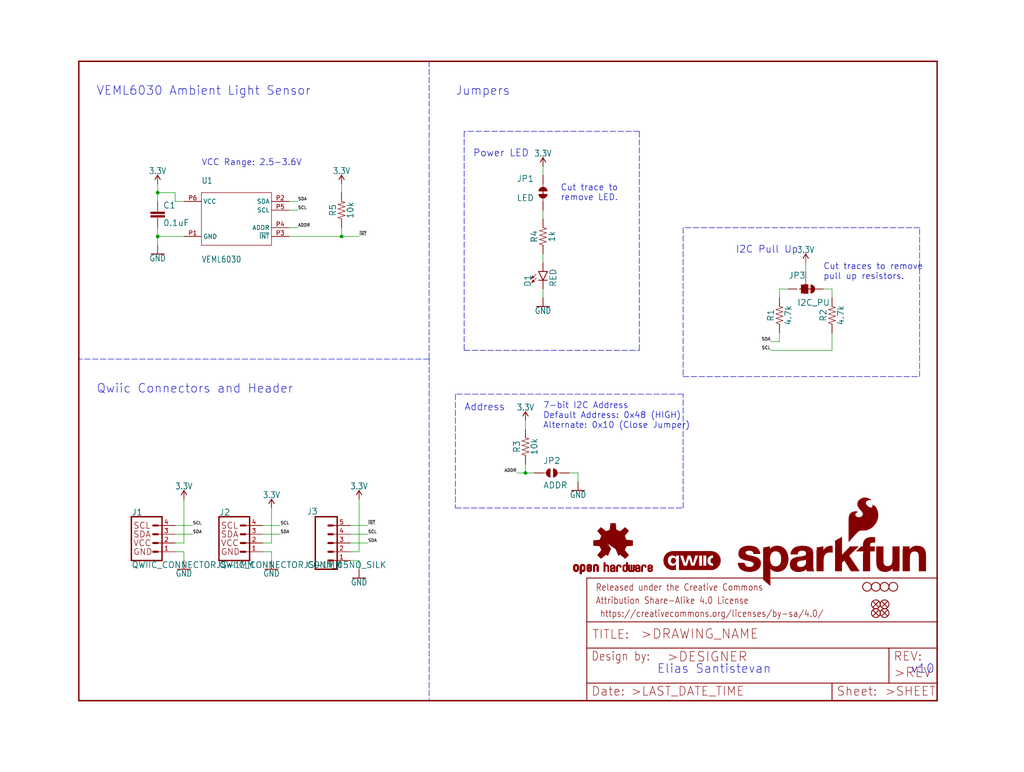
<source format=kicad_sch>
(kicad_sch (version 20211123) (generator eeschema)
  (paper "User" 297.002 223.926)
  (lib_symbols
    (symbol "schematicEagle-eagle-import:0.1UF-0603-25V-(+80{slash}-20%)"
      (property "Reference" "C" (at 1.524 2.921 0))
      (property "Value" "0.1UF-0603-25V-(+80{slash}-20%)" (at 1.524 -2.159 0))
      (symbol "0.1UF-0603-25V-(+80{slash}-20%)_1_0"
        (pin passive line (at 0 5.08 270) (length 2.54) (name "1") (number "1"))
        (pin passive line (at 0 -2.54 90) (length 2.54) (name "2") (number "2"))
      )
    )
    (symbol "schematicEagle-eagle-import:10KOHM-0603-1{slash}10W-1%"
      (property "Reference" "R" (at 0 1.524 0))
      (property "Value" "10KOHM-0603-1{slash}10W-1%" (at 0 -1.524 0))
      (symbol "10KOHM-0603-1{slash}10W-1%_1_0"
        (pin passive line (at -5.08 0 0) (length 2.54) (name "1") (number "1"))
        (pin passive line (at 5.08 0 180) (length 2.54) (name "2") (number "2"))
      )
    )
    (symbol "schematicEagle-eagle-import:1KOHM-0603-1{slash}10W-1%"
      (property "Reference" "R" (at 0 1.524 0))
      (property "Value" "1KOHM-0603-1{slash}10W-1%" (at 0 -1.524 0))
      (symbol "1KOHM-0603-1{slash}10W-1%_1_0"
        (pin passive line (at -5.08 0 0) (length 2.54) (name "1") (number "1"))
        (pin passive line (at 5.08 0 180) (length 2.54) (name "2") (number "2"))
      )
    )
    (symbol "schematicEagle-eagle-import:3.3V" (power)
      (property "Value" "3.3V" (at 0 2.794 0))
      (symbol "3.3V_1_0"
        (pin power_in line (at 0 0 90) (length 2.54) (name "3.3V") (number "1"))
      )
    )
    (symbol "schematicEagle-eagle-import:4.7KOHM-0603-1{slash}10W-1%"
      (property "Reference" "R" (at 0 1.524 0))
      (property "Value" "4.7KOHM-0603-1{slash}10W-1%" (at 0 -1.524 0))
      (symbol "4.7KOHM-0603-1{slash}10W-1%_1_0"
        (pin passive line (at -5.08 0 0) (length 2.54) (name "1") (number "1"))
        (pin passive line (at 5.08 0 180) (length 2.54) (name "2") (number "2"))
      )
    )
    (symbol "schematicEagle-eagle-import:CONN_05NO_SILK"
      (property "Reference" "J" (at -2.54 8.128 0))
      (property "Value" "CONN_05NO_SILK" (at -2.54 -9.906 0))
      (symbol "CONN_05NO_SILK_1_0"
        (pin passive line (at 7.62 -5.08 180) (length 5.08) (name "1") (number "1"))
        (pin passive line (at 7.62 -2.54 180) (length 5.08) (name "2") (number "2"))
        (pin passive line (at 7.62 0 180) (length 5.08) (name "3") (number "3"))
        (pin passive line (at 7.62 2.54 180) (length 5.08) (name "4") (number "4"))
        (pin passive line (at 7.62 5.08 180) (length 5.08) (name "5") (number "5"))
      )
    )
    (symbol "schematicEagle-eagle-import:FIDUCIAL1X2")
    (symbol "schematicEagle-eagle-import:FRAME-LETTER"
      (symbol "FRAME-LETTER_2_0"
        (text " https://creativecommons.org/licenses/by-sa/4.0/" (at 2.54 24.13 0) (effects (font (size 1.9304 1.6408)) (justify left bottom)))
        (text ">DESIGNER" (at 23.114 11.176 0) (effects (font (size 2.7432 2.7432)) (justify left bottom)))
        (text ">DRAWING_NAME" (at 15.494 17.78 0) (effects (font (size 2.7432 2.7432)) (justify left bottom)))
        (text ">LAST_DATE_TIME" (at 12.7 1.27 0) (effects (font (size 2.54 2.54)) (justify left bottom)))
        (text ">REV" (at 88.9 6.604 0) (effects (font (size 2.7432 2.7432)) (justify left bottom)))
        (text ">SHEET" (at 86.36 1.27 0) (effects (font (size 2.54 2.54)) (justify left bottom)))
        (text "Attribution Share-Alike 4.0 License" (at 2.54 27.94 0) (effects (font (size 1.9304 1.6408)) (justify left bottom)))
        (text "Date:" (at 1.27 1.27 0) (effects (font (size 2.54 2.54)) (justify left bottom)))
        (text "Design by:" (at 1.27 11.43 0) (effects (font (size 2.54 2.159)) (justify left bottom)))
        (text "Released under the Creative Commons" (at 2.54 31.75 0) (effects (font (size 1.9304 1.6408)) (justify left bottom)))
        (text "REV:" (at 88.9 11.43 0) (effects (font (size 2.54 2.54)) (justify left bottom)))
        (text "Sheet:" (at 72.39 1.27 0) (effects (font (size 2.54 2.54)) (justify left bottom)))
        (text "TITLE:" (at 1.524 17.78 0) (effects (font (size 2.54 2.54)) (justify left bottom)))
      )
    )
    (symbol "schematicEagle-eagle-import:GND" (power)
      (property "Value" "GND" (at 0 -0.254 0))
      (symbol "GND_1_0"
        (pin power_in line (at 0 2.54 270) (length 2.54) (name "GND") (number "1"))
      )
    )
    (symbol "schematicEagle-eagle-import:JUMPER-SMT_2_NC_TRACE_SILK"
      (property "Reference" "JP" (at -2.54 2.54 0))
      (property "Value" "JUMPER-SMT_2_NC_TRACE_SILK" (at -2.54 -2.54 0))
      (symbol "JUMPER-SMT_2_NC_TRACE_SILK_1_0"
        (pin passive line (at -5.08 0 0) (length 2.54) (name "1") (number "1"))
        (pin passive line (at 5.08 0 180) (length 2.54) (name "2") (number "2"))
      )
    )
    (symbol "schematicEagle-eagle-import:JUMPER-SMT_2_NO_SILK"
      (property "Reference" "JP" (at -2.54 2.54 0))
      (property "Value" "JUMPER-SMT_2_NO_SILK" (at -2.54 -2.54 0))
      (symbol "JUMPER-SMT_2_NO_SILK_1_0"
        (pin passive line (at -5.08 0 0) (length 2.54) (name "1") (number "1"))
        (pin passive line (at 5.08 0 180) (length 2.54) (name "2") (number "2"))
      )
    )
    (symbol "schematicEagle-eagle-import:JUMPER-SMT_3_2-NC_TRACE_SILK"
      (property "Reference" "JP" (at 2.54 0.381 0))
      (property "Value" "JUMPER-SMT_3_2-NC_TRACE_SILK" (at 2.54 -0.381 0))
      (symbol "JUMPER-SMT_3_2-NC_TRACE_SILK_1_0"
        (pin passive line (at 0 5.08 270) (length 2.54) (name "1") (number "1"))
        (pin passive line (at -5.08 0 0) (length 2.54) (name "2") (number "2"))
        (pin passive line (at 0 -5.08 90) (length 2.54) (name "3") (number "3"))
      )
    )
    (symbol "schematicEagle-eagle-import:LED-RED0603"
      (property "Reference" "D" (at -3.429 -4.572 90))
      (property "Value" "LED-RED0603" (at 1.905 -4.572 90))
      (symbol "LED-RED0603_1_0"
        (pin passive line (at 0 2.54 270) (length 2.54) (name "A") (number "A"))
        (pin passive line (at 0 -5.08 90) (length 2.54) (name "C") (number "C"))
      )
    )
    (symbol "schematicEagle-eagle-import:OSHW-LOGOS")
    (symbol "schematicEagle-eagle-import:QWIIC_CONNECTORJS-1MM"
      (property "Reference" "J" (at -5.08 7.874 0))
      (property "Value" "QWIIC_CONNECTORJS-1MM" (at -5.08 -5.334 0))
      (symbol "QWIIC_CONNECTORJS-1MM_1_0"
        (text "GND" (at -4.572 -2.54 0) (effects (font (size 1.778 1.778)) (justify left)))
        (text "SCL" (at -4.572 5.08 0) (effects (font (size 1.778 1.778)) (justify left)))
        (text "SDA" (at -4.572 2.54 0) (effects (font (size 1.778 1.778)) (justify left)))
        (text "VCC" (at -4.572 0 0) (effects (font (size 1.778 1.778)) (justify left)))
        (pin power_in line (at 7.62 -2.54 180) (length 5.08) (name "1") (number "1"))
        (pin power_in line (at 7.62 0 180) (length 5.08) (name "2") (number "2"))
        (pin passive line (at 7.62 2.54 180) (length 5.08) (name "3") (number "3"))
        (pin passive line (at 7.62 5.08 180) (length 5.08) (name "4") (number "4"))
      )
    )
    (symbol "schematicEagle-eagle-import:QWIIC_LOGO_5MM")
    (symbol "schematicEagle-eagle-import:SFE_LOGO_NAME_FLAME.1_INCH")
    (symbol "schematicEagle-eagle-import:STAND-OFFTIGHT")
    (symbol "schematicEagle-eagle-import:VEML6030"
      (property "Reference" "U" (at -10.16 12.7 0))
      (property "Value" "VEML6030" (at -10.16 -15.24 0))
      (symbol "VEML6030_1_0"
        (pin power_in line (at -15.24 -5.08 0) (length 5.08) (name "GND") (number "P1"))
        (pin bidirectional line (at 15.24 5.08 180) (length 5.08) (name "SDA") (number "P2"))
        (pin output line (at 15.24 -5.08 180) (length 5.08) (name "~{INT}") (number "P3"))
        (pin bidirectional line (at 15.24 -2.54 180) (length 5.08) (name "ADDR") (number "P4"))
        (pin bidirectional line (at 15.24 2.54 180) (length 5.08) (name "SCL") (number "P5"))
        (pin power_in line (at -15.24 5.08 0) (length 5.08) (name "VCC") (number "P6"))
      )
    )
  )
  (junction (at 45.72 55.88))
  (junction (at 99.06 68.58))
  (junction (at 152.4 137.16))
  (junction (at 45.72 68.58))
  (wire (pts (xy 165.1 137.16) (xy 167.64 137.16)))
  (wire (pts (xy 101.6 154.94) (xy 106.68 154.94)))
  (wire (pts (xy 83.82 66.04) (xy 86.36 66.04)))
  (wire (pts (xy 83.82 60.96) (xy 86.36 60.96)))
  (wire (pts (xy 53.34 157.48) (xy 53.34 144.78)))
  (wire (pts (xy 104.14 162.56) (xy 104.14 165.1)))
  (wire (pts (xy 78.74 160.02) (xy 78.74 162.56)))
  (wire (pts (xy 83.82 68.58) (xy 99.06 68.58)))
  (wire (pts (xy 241.3 96.52) (xy 241.3 101.6)))
  (wire (pts (xy 50.8 55.88) (xy 50.8 58.42)))
  (wire (pts (xy 157.48 63.5) (xy 157.48 60.96)))
  (polyline (pts (xy 132.08 114.3) (xy 132.08 147.32)))
  (wire (pts (xy 157.48 76.2) (xy 157.48 73.66)))
  (wire (pts (xy 99.06 68.58) (xy 104.14 68.58)))
  (wire (pts (xy 157.48 83.82) (xy 157.48 86.36)))
  (wire (pts (xy 226.06 86.36) (xy 226.06 83.82)))
  (wire (pts (xy 83.82 58.42) (xy 86.36 58.42)))
  (wire (pts (xy 101.6 152.4) (xy 106.68 152.4)))
  (polyline (pts (xy 185.42 38.1) (xy 134.62 38.1)))
  (polyline (pts (xy 266.7 109.22) (xy 266.7 66.04)))
  (wire (pts (xy 157.48 50.8) (xy 157.48 48.26)))
  (polyline (pts (xy 266.7 66.04) (xy 198.12 66.04)))
  (polyline (pts (xy 124.46 17.78) (xy 124.46 104.14)))
  (polyline (pts (xy 198.12 147.32) (xy 198.12 114.3)))
  (wire (pts (xy 152.4 137.16) (xy 154.94 137.16)))
  (wire (pts (xy 101.6 160.02) (xy 104.14 160.02)))
  (polyline (pts (xy 198.12 114.3) (xy 132.08 114.3)))
  (wire (pts (xy 53.34 68.58) (xy 45.72 68.58)))
  (wire (pts (xy 241.3 101.6) (xy 223.52 101.6)))
  (wire (pts (xy 50.8 154.94) (xy 55.88 154.94)))
  (wire (pts (xy 238.76 83.82) (xy 241.3 83.82)))
  (wire (pts (xy 152.4 134.62) (xy 152.4 137.16)))
  (wire (pts (xy 241.3 83.82) (xy 241.3 86.36)))
  (wire (pts (xy 152.4 124.46) (xy 152.4 121.92)))
  (wire (pts (xy 50.8 160.02) (xy 53.34 160.02)))
  (polyline (pts (xy 134.62 101.6) (xy 185.42 101.6)))
  (wire (pts (xy 76.2 160.02) (xy 78.74 160.02)))
  (polyline (pts (xy 132.08 147.32) (xy 198.12 147.32)))
  (wire (pts (xy 226.06 83.82) (xy 228.6 83.82)))
  (wire (pts (xy 76.2 154.94) (xy 81.28 154.94)))
  (wire (pts (xy 101.6 162.56) (xy 104.14 162.56)))
  (wire (pts (xy 226.06 99.06) (xy 223.52 99.06)))
  (wire (pts (xy 45.72 66.04) (xy 45.72 68.58)))
  (polyline (pts (xy 198.12 66.04) (xy 198.12 109.22)))
  (wire (pts (xy 167.64 137.16) (xy 167.64 139.7)))
  (wire (pts (xy 50.8 58.42) (xy 53.34 58.42)))
  (wire (pts (xy 45.72 55.88) (xy 45.72 58.42)))
  (wire (pts (xy 101.6 157.48) (xy 106.68 157.48)))
  (wire (pts (xy 53.34 160.02) (xy 53.34 162.56)))
  (wire (pts (xy 104.14 160.02) (xy 104.14 144.78)))
  (wire (pts (xy 226.06 96.52) (xy 226.06 99.06)))
  (wire (pts (xy 45.72 68.58) (xy 45.72 71.12)))
  (wire (pts (xy 45.72 53.34) (xy 45.72 55.88)))
  (polyline (pts (xy 134.62 38.1) (xy 134.62 101.6)))
  (wire (pts (xy 76.2 152.4) (xy 81.28 152.4)))
  (wire (pts (xy 50.8 157.48) (xy 53.34 157.48)))
  (wire (pts (xy 50.8 152.4) (xy 55.88 152.4)))
  (wire (pts (xy 233.68 76.2) (xy 233.68 78.74)))
  (wire (pts (xy 45.72 55.88) (xy 50.8 55.88)))
  (polyline (pts (xy 124.46 104.14) (xy 22.86 104.14)))
  (wire (pts (xy 149.86 137.16) (xy 152.4 137.16)))
  (wire (pts (xy 78.74 157.48) (xy 78.74 147.32)))
  (wire (pts (xy 76.2 157.48) (xy 78.74 157.48)))
  (polyline (pts (xy 185.42 101.6) (xy 185.42 38.1)))
  (polyline (pts (xy 124.46 104.14) (xy 124.46 203.2)))
  (wire (pts (xy 99.06 55.88) (xy 99.06 53.34)))
  (wire (pts (xy 99.06 66.04) (xy 99.06 68.58)))
  (polyline (pts (xy 198.12 109.22) (xy 266.7 109.22)))
  (text "Power LED" (at 137.16 45.72 180) (effects (font (size 2.032 2.032)) (justify left bottom)))
  (text "I2C Pull Up" (at 213.36 73.66 180) (effects (font (size 2.032 2.032)) (justify left bottom)))
  (text "Cut trace to\nremove LED." (at 162.56 58.42 180) (effects (font (size 1.778 1.778)) (justify left bottom)))
  (text "Address" (at 134.62 119.38 180) (effects (font (size 2.032 2.032)) (justify left bottom)))
  (text "VCC Range: 2.5-3.6V" (at 58.42 48.26 180) (effects (font (size 1.778 1.778)) (justify left bottom)))
  (text "Qwiic Connectors and Header" (at 27.94 114.3 180) (effects (font (size 2.54 2.54)) (justify left bottom)))
  (text "Jumpers" (at 132.08 27.94 180) (effects (font (size 2.54 2.54)) (justify left bottom)))
  (text "7-bit I2C Address\nDefault Address: 0x48 (HIGH)\nAlternate: 0x10 (Close Jumper)" (at 157.48 124.46 0) (effects (font (size 1.778 1.778)) (justify left bottom)))
  (text "VEML6030 Ambient Light Sensor" (at 27.94 27.94 180) (effects (font (size 2.54 2.54)) (justify left bottom)))
  (text "Cut traces to remove\npull up resistors." (at 238.76 81.28 180) (effects (font (size 1.778 1.778)) (justify left bottom)))
  (text "v10" (at 264.16 195.58 180) (effects (font (size 2.54 2.54)) (justify left bottom)))
  (text "Elias Santistevan" (at 190.5 195.58 180) (effects (font (size 2.54 2.54)) (justify left bottom)))
  (label "SDA" (at 86.36 58.42 0) (effects (font (size 0.889 0.889))))
  (label "ADDR" (at 86.36 66.04 0) (effects (font (size 0.889 0.889))))
  (label "SDA" (at 55.88 154.94 0) (effects (font (size 0.889 0.889))))
  (label "SCL" (at 223.52 101.6 180) (effects (font (size 0.889 0.889))))
  (label "SDA" (at 223.52 99.06 180) (effects (font (size 0.889 0.889))))
  (label "SCL" (at 81.28 152.4 0) (effects (font (size 0.889 0.889))))
  (label "SDA" (at 81.28 154.94 0) (effects (font (size 0.889 0.889))))
  (label "ADDR" (at 149.86 137.16 180) (effects (font (size 0.889 0.889))))
  (label "SDA" (at 106.68 157.48 0) (effects (font (size 0.889 0.889))))
  (label "SCL" (at 106.68 154.94 0) (effects (font (size 0.889 0.889))))
  (label "SCL" (at 86.36 60.96 0) (effects (font (size 0.889 0.889))))
  (label "~{INT}" (at 106.68 152.4 0) (effects (font (size 0.889 0.889))))
  (label "~{INT}" (at 104.14 68.58 0) (effects (font (size 0.889 0.889))))
  (label "SCL" (at 55.88 152.4 0) (effects (font (size 0.889 0.889))))
  (symbol (lib_id "schematicEagle-eagle-import:4.7KOHM-0603-1{slash}10W-1%") (at 226.06 91.44 90) (unit 1)
    (property "Reference" "R1" (at 224.536 91.44 0) (effects (font (size 1.778 1.778)) (justify bottom)))
    (property "Value" "4.7k" (at 227.584 91.44 0) (effects (font (size 1.778 1.778)) (justify top)))
    (property "Footprint" "schematicEagle:0603" (effects hide))
  )
  (symbol (lib_id "schematicEagle-eagle-import:GND") (at 167.64 142.24 0) (unit 1)
    (property "Reference" "#GND6" (effects hide))
    (property "Value" "GND" (at 167.64 142.494 0) (effects (font (size 1.778 1.5113)) (justify top)))
    (property "Footprint" "schematicEagle:" (effects hide))
  )
  (symbol (lib_id "schematicEagle-eagle-import:3.3V") (at 152.4 121.92 0) (unit 1)
    (property "Reference" "#SUPPLY6" (effects hide))
    (property "Value" "3.3V" (at 152.4 119.126 0) (effects (font (size 1.778 1.5113)) (justify bottom)))
    (property "Footprint" "schematicEagle:" (effects hide))
  )
  (symbol (lib_id "schematicEagle-eagle-import:QWIIC_CONNECTORJS-1MM") (at 43.18 157.48 0) (unit 1)
    (property "Reference" "J1" (at 38.1 149.606 0) (effects (font (size 1.778 1.778)) (justify left bottom)))
    (property "Value" "QWIIC_CONNECTORJS-1MM" (at 38.1 162.814 0) (effects (font (size 1.778 1.778)) (justify left top)))
    (property "Footprint" "schematicEagle:JST04_1MM_RA" (effects hide))
  )
  (symbol (lib_id "schematicEagle-eagle-import:FIDUCIAL1X2") (at 256.54 175.26 0) (unit 1)
    (property "Reference" "FD1" (effects hide))
    (property "Value" "FIDUCIAL1X2" (effects hide))
    (property "Footprint" "schematicEagle:FIDUCIAL-1X2" (effects hide))
  )
  (symbol (lib_id "schematicEagle-eagle-import:STAND-OFFTIGHT") (at 259.08 170.18 0) (unit 1)
    (property "Reference" "H4" (effects hide))
    (property "Value" "STAND-OFFTIGHT" (effects hide))
    (property "Footprint" "schematicEagle:STAND-OFF-TIGHT" (effects hide))
  )
  (symbol (lib_id "schematicEagle-eagle-import:GND") (at 104.14 167.64 0) (unit 1)
    (property "Reference" "#GND4" (effects hide))
    (property "Value" "GND" (at 104.14 167.894 0) (effects (font (size 1.778 1.5113)) (justify top)))
    (property "Footprint" "schematicEagle:" (effects hide))
  )
  (symbol (lib_id "schematicEagle-eagle-import:GND") (at 78.74 165.1 0) (unit 1)
    (property "Reference" "#GND3" (effects hide))
    (property "Value" "GND" (at 78.74 165.354 0) (effects (font (size 1.778 1.5113)) (justify top)))
    (property "Footprint" "schematicEagle:" (effects hide))
  )
  (symbol (lib_id "schematicEagle-eagle-import:QWIIC_CONNECTORJS-1MM") (at 68.58 157.48 0) (unit 1)
    (property "Reference" "J2" (at 63.5 149.606 0) (effects (font (size 1.778 1.778)) (justify left bottom)))
    (property "Value" "QWIIC_CONNECTORJS-1MM" (at 63.5 162.814 0) (effects (font (size 1.778 1.778)) (justify left top)))
    (property "Footprint" "schematicEagle:JST04_1MM_RA" (effects hide))
  )
  (symbol (lib_id "schematicEagle-eagle-import:GND") (at 157.48 88.9 0) (unit 1)
    (property "Reference" "#GND5" (effects hide))
    (property "Value" "GND" (at 157.48 89.154 0) (effects (font (size 1.778 1.5113)) (justify top)))
    (property "Footprint" "schematicEagle:" (effects hide))
  )
  (symbol (lib_id "schematicEagle-eagle-import:10KOHM-0603-1{slash}10W-1%") (at 99.06 60.96 90) (unit 1)
    (property "Reference" "R5" (at 97.536 60.96 0) (effects (font (size 1.778 1.778)) (justify bottom)))
    (property "Value" "10k" (at 100.584 60.96 0) (effects (font (size 1.778 1.778)) (justify top)))
    (property "Footprint" "schematicEagle:0603" (effects hide))
  )
  (symbol (lib_id "schematicEagle-eagle-import:STAND-OFFTIGHT") (at 256.54 170.18 0) (unit 1)
    (property "Reference" "H3" (effects hide))
    (property "Value" "STAND-OFFTIGHT" (effects hide))
    (property "Footprint" "schematicEagle:STAND-OFF-TIGHT" (effects hide))
  )
  (symbol (lib_id "schematicEagle-eagle-import:3.3V") (at 78.74 147.32 0) (unit 1)
    (property "Reference" "#SUPPLY3" (effects hide))
    (property "Value" "3.3V" (at 78.74 144.526 0) (effects (font (size 1.778 1.5113)) (justify bottom)))
    (property "Footprint" "schematicEagle:" (effects hide))
  )
  (symbol (lib_id "schematicEagle-eagle-import:QWIIC_LOGO_5MM") (at 200.66 162.56 0) (unit 1)
    (property "Reference" "U$1" (effects hide))
    (property "Value" "QWIIC_LOGO_5MM" (effects hide))
    (property "Footprint" "schematicEagle:QWIIC_5MM" (effects hide))
  )
  (symbol (lib_id "schematicEagle-eagle-import:JUMPER-SMT_2_NC_TRACE_SILK") (at 157.48 55.88 90) (unit 1)
    (property "Reference" "JP1" (at 154.94 50.8 90) (effects (font (size 1.778 1.778)) (justify left bottom)))
    (property "Value" "LED" (at 154.94 58.42 90) (effects (font (size 1.778 1.778)) (justify left top)))
    (property "Footprint" "schematicEagle:SMT-JUMPER_2_NC_TRACE_SILK" (effects hide))
  )
  (symbol (lib_id "schematicEagle-eagle-import:FIDUCIAL1X2") (at 256.54 177.8 0) (unit 1)
    (property "Reference" "FD4" (effects hide))
    (property "Value" "FIDUCIAL1X2" (effects hide))
    (property "Footprint" "schematicEagle:FIDUCIAL-1X2" (effects hide))
  )
  (symbol (lib_id "schematicEagle-eagle-import:STAND-OFFTIGHT") (at 254 170.18 0) (unit 1)
    (property "Reference" "H2" (effects hide))
    (property "Value" "STAND-OFFTIGHT" (effects hide))
    (property "Footprint" "schematicEagle:STAND-OFF-TIGHT" (effects hide))
  )
  (symbol (lib_id "schematicEagle-eagle-import:3.3V") (at 157.48 48.26 0) (unit 1)
    (property "Reference" "#SUPPLY5" (effects hide))
    (property "Value" "3.3V" (at 157.48 45.466 0) (effects (font (size 1.778 1.5113)) (justify bottom)))
    (property "Footprint" "schematicEagle:" (effects hide))
  )
  (symbol (lib_id "schematicEagle-eagle-import:STAND-OFFTIGHT") (at 251.46 170.18 0) (unit 1)
    (property "Reference" "H1" (effects hide))
    (property "Value" "STAND-OFFTIGHT" (effects hide))
    (property "Footprint" "schematicEagle:STAND-OFF-TIGHT" (effects hide))
  )
  (symbol (lib_id "schematicEagle-eagle-import:0.1UF-0603-25V-(+80{slash}-20%)") (at 45.72 63.5 0) (unit 1)
    (property "Reference" "C1" (at 47.244 60.579 0) (effects (font (size 1.778 1.778)) (justify left bottom)))
    (property "Value" "0.1uF" (at 47.244 65.659 0) (effects (font (size 1.778 1.778)) (justify left bottom)))
    (property "Footprint" "schematicEagle:0603" (effects hide))
  )
  (symbol (lib_id "schematicEagle-eagle-import:CONN_05NO_SILK") (at 93.98 157.48 0) (unit 1)
    (property "Reference" "J3" (at 88.9 149.352 0) (effects (font (size 1.778 1.778)) (justify left bottom)))
    (property "Value" "CONN_05NO_SILK" (at 88.9 164.846 0) (effects (font (size 1.778 1.778)) (justify left bottom)))
    (property "Footprint" "schematicEagle:1X05_NO_SILK" (effects hide))
  )
  (symbol (lib_id "schematicEagle-eagle-import:GND") (at 53.34 165.1 0) (unit 1)
    (property "Reference" "#GND2" (effects hide))
    (property "Value" "GND" (at 53.34 165.354 0) (effects (font (size 1.778 1.5113)) (justify top)))
    (property "Footprint" "schematicEagle:" (effects hide))
  )
  (symbol (lib_id "schematicEagle-eagle-import:3.3V") (at 45.72 53.34 0) (unit 1)
    (property "Reference" "#SUPPLY1" (effects hide))
    (property "Value" "3.3V" (at 45.72 50.546 0) (effects (font (size 1.778 1.5113)) (justify bottom)))
    (property "Footprint" "schematicEagle:" (effects hide))
  )
  (symbol (lib_id "schematicEagle-eagle-import:LED-RED0603") (at 157.48 78.74 0) (unit 1)
    (property "Reference" "D1" (at 154.051 83.312 90) (effects (font (size 1.778 1.778)) (justify left bottom)))
    (property "Value" "RED" (at 159.385 83.312 90) (effects (font (size 1.778 1.778)) (justify left top)))
    (property "Footprint" "schematicEagle:LED-0603" (effects hide))
  )
  (symbol (lib_id "schematicEagle-eagle-import:SFE_LOGO_NAME_FLAME.1_INCH") (at 213.36 170.18 0) (unit 1)
    (property "Reference" "LOGO1" (effects hide))
    (property "Value" "SFE_LOGO_NAME_FLAME.1_INCH" (effects hide))
    (property "Footprint" "schematicEagle:SFE_LOGO_NAME_FLAME_.1" (effects hide))
  )
  (symbol (lib_id "schematicEagle-eagle-import:GND") (at 45.72 73.66 0) (unit 1)
    (property "Reference" "#GND1" (effects hide))
    (property "Value" "GND" (at 45.72 73.914 0) (effects (font (size 1.778 1.5113)) (justify top)))
    (property "Footprint" "schematicEagle:" (effects hide))
  )
  (symbol (lib_id "schematicEagle-eagle-import:JUMPER-SMT_3_2-NC_TRACE_SILK") (at 233.68 83.82 270) (unit 1)
    (property "Reference" "JP3" (at 228.6 80.899 90) (effects (font (size 1.778 1.778)) (justify left bottom)))
    (property "Value" "I2C_PU" (at 231.14 86.741 90) (effects (font (size 1.778 1.778)) (justify left top)))
    (property "Footprint" "schematicEagle:SMT-JUMPER_3_2-NC_TRACE_SILK" (effects hide))
  )
  (symbol (lib_id "schematicEagle-eagle-import:VEML6030") (at 68.58 63.5 0) (unit 1)
    (property "Reference" "U1" (at 58.42 53.34 0) (effects (font (size 1.778 1.5113)) (justify left bottom)))
    (property "Value" "VEML6030" (at 58.42 76.2 0) (effects (font (size 1.778 1.5113)) (justify left bottom)))
    (property "Footprint" "schematicEagle:VEML6030" (effects hide))
  )
  (symbol (lib_id "schematicEagle-eagle-import:10KOHM-0603-1{slash}10W-1%") (at 152.4 129.54 90) (unit 1)
    (property "Reference" "R3" (at 150.876 129.54 0) (effects (font (size 1.778 1.778)) (justify bottom)))
    (property "Value" "10k" (at 153.924 129.54 0) (effects (font (size 1.778 1.778)) (justify top)))
    (property "Footprint" "schematicEagle:0603" (effects hide))
  )
  (symbol (lib_id "schematicEagle-eagle-import:FIDUCIAL1X2") (at 254 177.8 0) (unit 1)
    (property "Reference" "FD3" (effects hide))
    (property "Value" "FIDUCIAL1X2" (effects hide))
    (property "Footprint" "schematicEagle:FIDUCIAL-1X2" (effects hide))
  )
  (symbol (lib_id "schematicEagle-eagle-import:OSHW-LOGOS") (at 177.8 157.48 0) (unit 1)
    (property "Reference" "LOGO2" (effects hide))
    (property "Value" "OSHW-LOGOS" (effects hide))
    (property "Footprint" "schematicEagle:OSHW-LOGO-S" (effects hide))
  )
  (symbol (lib_id "schematicEagle-eagle-import:3.3V") (at 99.06 53.34 0) (unit 1)
    (property "Reference" "#SUPPLY8" (effects hide))
    (property "Value" "3.3V" (at 99.06 50.546 0) (effects (font (size 1.778 1.5113)) (justify bottom)))
    (property "Footprint" "schematicEagle:" (effects hide))
  )
  (symbol (lib_id "schematicEagle-eagle-import:1KOHM-0603-1{slash}10W-1%") (at 157.48 68.58 90) (unit 1)
    (property "Reference" "R4" (at 155.956 68.58 0) (effects (font (size 1.778 1.778)) (justify bottom)))
    (property "Value" "1k" (at 159.004 68.58 0) (effects (font (size 1.778 1.778)) (justify top)))
    (property "Footprint" "schematicEagle:0603" (effects hide))
  )
  (symbol (lib_id "schematicEagle-eagle-import:FIDUCIAL1X2") (at 254 175.26 0) (unit 1)
    (property "Reference" "FD2" (effects hide))
    (property "Value" "FIDUCIAL1X2" (effects hide))
    (property "Footprint" "schematicEagle:FIDUCIAL-1X2" (effects hide))
  )
  (symbol (lib_id "schematicEagle-eagle-import:JUMPER-SMT_2_NO_SILK") (at 160.02 137.16 0) (unit 1)
    (property "Reference" "JP2" (at 157.48 134.62 0) (effects (font (size 1.778 1.778)) (justify left bottom)))
    (property "Value" "ADDR" (at 157.48 139.7 0) (effects (font (size 1.778 1.778)) (justify left top)))
    (property "Footprint" "schematicEagle:SMT-JUMPER_2_NO_SILK" (effects hide))
  )
  (symbol (lib_id "schematicEagle-eagle-import:3.3V") (at 104.14 144.78 0) (unit 1)
    (property "Reference" "#SUPPLY4" (effects hide))
    (property "Value" "3.3V" (at 104.14 141.986 0) (effects (font (size 1.778 1.5113)) (justify bottom)))
    (property "Footprint" "schematicEagle:" (effects hide))
  )
  (symbol (lib_id "schematicEagle-eagle-import:3.3V") (at 233.68 76.2 0) (unit 1)
    (property "Reference" "#SUPPLY7" (effects hide))
    (property "Value" "3.3V" (at 233.68 73.406 0) (effects (font (size 1.778 1.5113)) (justify bottom)))
    (property "Footprint" "schematicEagle:" (effects hide))
  )
  (symbol (lib_id "schematicEagle-eagle-import:3.3V") (at 53.34 144.78 0) (unit 1)
    (property "Reference" "#SUPPLY2" (effects hide))
    (property "Value" "3.3V" (at 53.34 141.986 0) (effects (font (size 1.778 1.5113)) (justify bottom)))
    (property "Footprint" "schematicEagle:" (effects hide))
  )
  (symbol (lib_id "schematicEagle-eagle-import:FRAME-LETTER") (at 170.18 203.2 0) (unit 2)
    (property "Reference" "FRAME1" (effects hide))
    (property "Value" "FRAME-LETTER" (effects hide))
    (property "Footprint" "schematicEagle:CREATIVE_COMMONS" (effects hide))
  )
  (symbol (lib_id "schematicEagle-eagle-import:FRAME-LETTER") (at 22.86 203.2 0) (unit 1)
    (property "Reference" "FRAME1" (effects hide))
    (property "Value" "FRAME-LETTER" (effects hide))
    (property "Footprint" "schematicEagle:CREATIVE_COMMONS" (effects hide))
  )
  (symbol (lib_id "schematicEagle-eagle-import:4.7KOHM-0603-1{slash}10W-1%") (at 241.3 91.44 90) (unit 1)
    (property "Reference" "R2" (at 239.776 91.44 0) (effects (font (size 1.778 1.778)) (justify bottom)))
    (property "Value" "4.7k" (at 242.824 91.44 0) (effects (font (size 1.778 1.778)) (justify top)))
    (property "Footprint" "schematicEagle:0603" (effects hide))
  )
)
</source>
